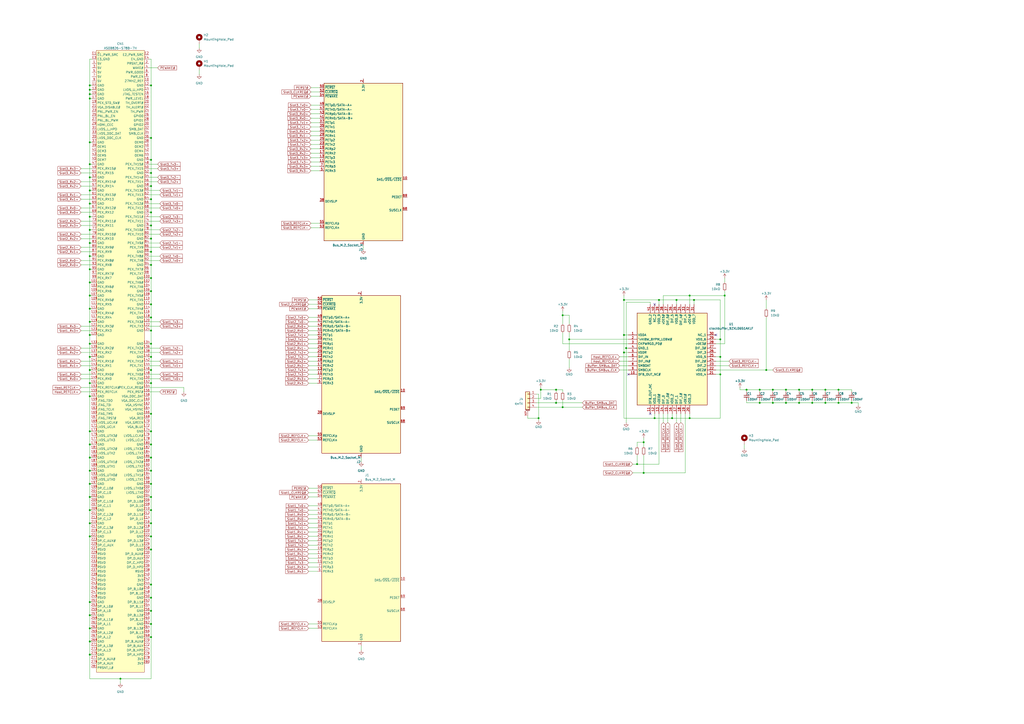
<source format=kicad_sch>
(kicad_sch (version 20231120) (generator "eeschema") (generator_version "8.0")
  (paper "A2")
  (junction (at 312.42 242.57))
  (junction (at 463.55 233.68))
  (junction (at 52.07 148.59))
  (junction (at 52.07 250.19))
  (junction (at 87.63 161.29))
  (junction (at 52.07 199.39))
  (junction (at 400.05 242.57))
  (junction (at 448.31 233.68))
  (junction (at 52.07 214.63))
  (junction (at 471.17 226.06))
  (junction (at 373.38 274.32))
  (junction (at 52.07 265.43))
  (junction (at 478.79 226.06))
  (junction (at 471.17 233.68))
  (junction (at 52.07 82.55))
  (junction (at 87.63 265.43))
  (junction (at 448.31 226.06))
  (junction (at 52.07 257.81))
  (junction (at 52.07 133.35))
  (junction (at 402.59 173.99))
  (junction (at 417.83 196.85))
  (junction (at 87.63 339.09))
  (junction (at 400.05 171.45))
  (junction (at 389.89 242.57))
  (junction (at 52.07 364.49))
  (junction (at 52.07 95.25))
  (junction (at 52.07 379.73))
  (junction (at 87.63 280.67))
  (junction (at 87.63 295.91))
  (junction (at 52.07 179.07))
  (junction (at 87.63 207.01))
  (junction (at 361.95 194.31))
  (junction (at 52.07 57.15))
  (junction (at 444.5 214.63))
  (junction (at 52.07 52.07))
  (junction (at 373.38 256.54))
  (junction (at 52.07 125.73))
  (junction (at 87.63 318.77))
  (junction (at 87.63 49.53))
  (junction (at 361.95 173.99))
  (junction (at 486.41 233.68))
  (junction (at 87.63 346.71))
  (junction (at 69.85 393.7))
  (junction (at 87.63 176.53))
  (junction (at 52.07 222.25))
  (junction (at 52.07 273.05))
  (junction (at 330.2 196.85))
  (junction (at 417.83 217.17))
  (junction (at 52.07 102.87))
  (junction (at 52.07 207.01))
  (junction (at 440.69 233.68))
  (junction (at 87.63 115.57))
  (junction (at 87.63 92.71))
  (junction (at 463.55 226.06))
  (junction (at 87.63 240.03))
  (junction (at 87.63 191.77))
  (junction (at 52.07 349.25))
  (junction (at 87.63 80.01))
  (junction (at 52.07 49.53))
  (junction (at 52.07 54.61))
  (junction (at 52.07 356.87))
  (junction (at 87.63 184.15))
  (junction (at 52.07 280.67))
  (junction (at 478.79 233.68))
  (junction (at 52.07 156.21))
  (junction (at 52.07 372.11))
  (junction (at 52.07 288.29))
  (junction (at 326.39 182.88))
  (junction (at 322.58 233.68))
  (junction (at 52.07 295.91))
  (junction (at 87.63 100.33))
  (junction (at 486.41 226.06))
  (junction (at 87.63 130.81))
  (junction (at 494.03 233.68))
  (junction (at 420.37 171.45))
  (junction (at 326.39 236.22))
  (junction (at 379.73 242.57))
  (junction (at 52.07 171.45))
  (junction (at 433.07 226.06))
  (junction (at 87.63 369.57))
  (junction (at 455.93 233.68))
  (junction (at 417.83 207.01))
  (junction (at 87.63 107.95))
  (junction (at 87.63 288.29))
  (junction (at 87.63 199.39))
  (junction (at 363.22 201.93))
  (junction (at 52.07 110.49))
  (junction (at 87.63 146.05))
  (junction (at 382.27 173.99))
  (junction (at 313.69 226.06))
  (junction (at 52.07 140.97))
  (junction (at 52.07 311.15))
  (junction (at 455.93 226.06))
  (junction (at 52.07 303.53))
  (junction (at 87.63 361.95))
  (junction (at 52.07 163.83))
  (junction (at 87.63 311.15))
  (junction (at 87.63 273.05))
  (junction (at 87.63 303.53))
  (junction (at 87.63 153.67))
  (junction (at 322.58 226.06))
  (junction (at 87.63 214.63))
  (junction (at 87.63 168.91))
  (junction (at 52.07 186.69))
  (junction (at 52.07 118.11))
  (junction (at 87.63 257.81))
  (junction (at 369.57 269.24))
  (junction (at 52.07 194.31))
  (junction (at 87.63 250.19))
  (junction (at 87.63 138.43))
  (junction (at 392.43 173.99))
  (junction (at 440.69 226.06))
  (junction (at 87.63 222.25))
  (junction (at 87.63 123.19))
  (junction (at 52.07 229.87))
  (junction (at 87.63 354.33))
  (junction (at 361.95 204.47))
  (no_connect (at 377.19 240.03))
  (no_connect (at 415.29 194.31))
  (no_connect (at 364.49 217.17))
  (no_connect (at 379.73 176.53))
  (wire (pts (xy 369.57 269.24) (xy 382.27 269.24)))
  (wire (pts (xy 86.36 191.77) (xy 87.63 191.77)))
  (wire (pts (xy 86.36 209.55) (xy 92.71 209.55)))
  (wire (pts (xy 179.07 173.99) (xy 184.15 173.99)))
  (wire (pts (xy 415.29 207.01) (xy 417.83 207.01)))
  (wire (pts (xy 382.27 173.99) (xy 361.95 173.99)))
  (wire (pts (xy 86.36 34.29) (xy 87.63 34.29)))
  (wire (pts (xy 52.07 207.01) (xy 53.34 207.01)))
  (wire (pts (xy 326.39 193.04) (xy 326.39 199.39)))
  (wire (pts (xy 209.55 374.65) (xy 209.55 377.19)))
  (wire (pts (xy 87.63 288.29) (xy 87.63 295.91)))
  (wire (pts (xy 87.63 339.09) (xy 87.63 346.71)))
  (wire (pts (xy 87.63 207.01) (xy 87.63 214.63)))
  (wire (pts (xy 326.39 232.41) (xy 326.39 236.22)))
  (wire (pts (xy 87.63 130.81) (xy 87.63 138.43)))
  (wire (pts (xy 382.27 176.53) (xy 382.27 173.99)))
  (wire (pts (xy 46.99 146.05) (xy 53.34 146.05)))
  (wire (pts (xy 46.99 100.33) (xy 53.34 100.33)))
  (wire (pts (xy 486.41 226.06) (xy 494.03 226.06)))
  (wire (pts (xy 179.07 295.91) (xy 184.15 295.91)))
  (wire (pts (xy 52.07 118.11) (xy 52.07 125.73)))
  (wire (pts (xy 179.07 194.31) (xy 184.15 194.31)))
  (wire (pts (xy 180.34 83.82) (xy 185.42 83.82)))
  (wire (pts (xy 415.29 214.63) (xy 444.5 214.63)))
  (wire (pts (xy 52.07 229.87) (xy 52.07 250.19)))
  (wire (pts (xy 69.85 393.7) (xy 87.63 393.7)))
  (wire (pts (xy 87.63 369.57) (xy 87.63 393.7)))
  (wire (pts (xy 86.36 168.91) (xy 87.63 168.91)))
  (wire (pts (xy 440.69 232.41) (xy 440.69 233.68)))
  (wire (pts (xy 86.36 146.05) (xy 87.63 146.05)))
  (wire (pts (xy 448.31 232.41) (xy 448.31 233.68)))
  (wire (pts (xy 86.36 311.15) (xy 87.63 311.15)))
  (wire (pts (xy 86.36 318.77) (xy 87.63 318.77)))
  (wire (pts (xy 86.36 120.65) (xy 92.71 120.65)))
  (wire (pts (xy 87.63 303.53) (xy 87.63 311.15)))
  (wire (pts (xy 86.36 130.81) (xy 87.63 130.81)))
  (wire (pts (xy 433.07 233.68) (xy 440.69 233.68)))
  (wire (pts (xy 400.05 240.03) (xy 400.05 242.57)))
  (wire (pts (xy 86.36 257.81) (xy 87.63 257.81)))
  (wire (pts (xy 52.07 250.19) (xy 53.34 250.19)))
  (wire (pts (xy 444.5 173.99) (xy 444.5 179.07)))
  (wire (pts (xy 387.35 245.11) (xy 387.35 240.03)))
  (wire (pts (xy 86.36 138.43) (xy 87.63 138.43)))
  (wire (pts (xy 86.36 80.01) (xy 87.63 80.01)))
  (wire (pts (xy 46.99 191.77) (xy 53.34 191.77)))
  (wire (pts (xy 86.36 153.67) (xy 87.63 153.67)))
  (wire (pts (xy 86.36 128.27) (xy 92.71 128.27)))
  (wire (pts (xy 415.29 196.85) (xy 417.83 196.85)))
  (wire (pts (xy 86.36 140.97) (xy 92.71 140.97)))
  (wire (pts (xy 52.07 349.25) (xy 52.07 356.87)))
  (wire (pts (xy 115.57 40.64) (xy 115.57 43.18)))
  (wire (pts (xy 478.79 232.41) (xy 478.79 233.68)))
  (wire (pts (xy 86.36 199.39) (xy 87.63 199.39)))
  (wire (pts (xy 86.36 354.33) (xy 87.63 354.33)))
  (wire (pts (xy 179.07 219.71) (xy 184.15 219.71)))
  (wire (pts (xy 402.59 176.53) (xy 402.59 173.99)))
  (wire (pts (xy 306.07 241.3) (xy 306.07 242.57)))
  (wire (pts (xy 52.07 179.07) (xy 53.34 179.07)))
  (wire (pts (xy 322.58 233.68) (xy 311.15 233.68)))
  (wire (pts (xy 106.68 224.79) (xy 106.68 227.33)))
  (wire (pts (xy 52.07 163.83) (xy 53.34 163.83)))
  (wire (pts (xy 179.07 189.23) (xy 184.15 189.23)))
  (wire (pts (xy 87.63 153.67) (xy 87.63 161.29)))
  (wire (pts (xy 363.22 175.26) (xy 363.22 201.93)))
  (wire (pts (xy 86.36 207.01) (xy 87.63 207.01)))
  (wire (pts (xy 86.36 295.91) (xy 87.63 295.91)))
  (wire (pts (xy 52.07 265.43) (xy 52.07 273.05)))
  (wire (pts (xy 179.07 326.39) (xy 184.15 326.39)))
  (wire (pts (xy 52.07 273.05) (xy 52.07 280.67)))
  (wire (pts (xy 52.07 214.63) (xy 52.07 222.25)))
  (wire (pts (xy 86.36 135.89) (xy 92.71 135.89)))
  (wire (pts (xy 52.07 194.31) (xy 53.34 194.31)))
  (wire (pts (xy 377.19 175.26) (xy 363.22 175.26)))
  (wire (pts (xy 361.95 204.47) (xy 364.49 204.47)))
  (wire (pts (xy 52.07 393.7) (xy 69.85 393.7)))
  (wire (pts (xy 52.07 379.73) (xy 53.34 379.73)))
  (wire (pts (xy 429.26 226.06) (xy 433.07 226.06)))
  (wire (pts (xy 326.39 226.06) (xy 322.58 226.06)))
  (wire (pts (xy 440.69 233.68) (xy 448.31 233.68)))
  (wire (pts (xy 180.34 96.52) (xy 185.42 96.52)))
  (wire (pts (xy 179.07 285.75) (xy 184.15 285.75)))
  (wire (pts (xy 52.07 95.25) (xy 52.07 102.87)))
  (wire (pts (xy 86.36 95.25) (xy 91.44 95.25)))
  (wire (pts (xy 52.07 199.39) (xy 52.07 207.01)))
  (wire (pts (xy 420.37 161.29) (xy 420.37 163.83)))
  (wire (pts (xy 87.63 295.91) (xy 87.63 303.53)))
  (wire (pts (xy 86.36 303.53) (xy 87.63 303.53)))
  (wire (pts (xy 359.41 214.63) (xy 364.49 214.63)))
  (wire (pts (xy 444.5 184.15) (xy 444.5 214.63)))
  (wire (pts (xy 179.07 214.63) (xy 184.15 214.63)))
  (wire (pts (xy 86.36 110.49) (xy 92.71 110.49)))
  (wire (pts (xy 86.36 224.79) (xy 106.68 224.79)))
  (wire (pts (xy 87.63 354.33) (xy 87.63 361.95)))
  (wire (pts (xy 422.91 209.55) (xy 415.29 209.55)))
  (wire (pts (xy 179.07 179.07) (xy 184.15 179.07)))
  (wire (pts (xy 86.36 204.47) (xy 92.71 204.47)))
  (wire (pts (xy 52.07 140.97) (xy 52.07 148.59)))
  (wire (pts (xy 52.07 311.15) (xy 53.34 311.15)))
  (wire (pts (xy 179.07 288.29) (xy 184.15 288.29)))
  (wire (pts (xy 440.69 226.06) (xy 448.31 226.06)))
  (wire (pts (xy 52.07 110.49) (xy 53.34 110.49)))
  (wire (pts (xy 86.36 123.19) (xy 87.63 123.19)))
  (wire (pts (xy 46.99 212.09) (xy 53.34 212.09)))
  (wire (pts (xy 311.15 228.6) (xy 312.42 228.6)))
  (wire (pts (xy 46.99 120.65) (xy 53.34 120.65)))
  (wire (pts (xy 180.34 86.36) (xy 185.42 86.36)))
  (wire (pts (xy 373.38 254) (xy 373.38 256.54)))
  (wire (pts (xy 52.07 311.15) (xy 52.07 349.25)))
  (wire (pts (xy 46.99 97.79) (xy 53.34 97.79)))
  (wire (pts (xy 180.34 88.9) (xy 185.42 88.9)))
  (wire (pts (xy 87.63 146.05) (xy 87.63 153.67)))
  (wire (pts (xy 179.07 184.15) (xy 184.15 184.15)))
  (wire (pts (xy 444.5 214.63) (xy 448.31 214.63)))
  (wire (pts (xy 361.95 204.47) (xy 361.95 242.57)))
  (wire (pts (xy 359.41 207.01) (xy 364.49 207.01)))
  (wire (pts (xy 52.07 52.07) (xy 52.07 54.61)))
  (wire (pts (xy 52.07 49.53) (xy 52.07 52.07)))
  (wire (pts (xy 86.36 265.43) (xy 87.63 265.43)))
  (wire (pts (xy 86.36 148.59) (xy 92.71 148.59)))
  (wire (pts (xy 326.39 180.34) (xy 326.39 182.88)))
  (wire (pts (xy 471.17 232.41) (xy 471.17 233.68)))
  (wire (pts (xy 46.99 107.95) (xy 53.34 107.95)))
  (wire (pts (xy 86.36 92.71) (xy 87.63 92.71)))
  (wire (pts (xy 179.07 199.39) (xy 184.15 199.39)))
  (wire (pts (xy 179.07 293.37) (xy 184.15 293.37)))
  (wire (pts (xy 52.07 265.43) (xy 53.34 265.43)))
  (wire (pts (xy 86.36 369.57) (xy 87.63 369.57)))
  (wire (pts (xy 87.63 176.53) (xy 87.63 184.15)))
  (wire (pts (xy 337.82 236.22) (xy 326.39 236.22)))
  (wire (pts (xy 373.38 256.54) (xy 373.38 259.08)))
  (wire (pts (xy 179.07 252.73) (xy 184.15 252.73)))
  (wire (pts (xy 86.36 214.63) (xy 87.63 214.63)))
  (wire (pts (xy 52.07 372.11) (xy 53.34 372.11)))
  (wire (pts (xy 46.99 153.67) (xy 53.34 153.67)))
  (wire (pts (xy 52.07 125.73) (xy 52.07 133.35)))
  (wire (pts (xy 400.05 242.57) (xy 417.83 242.57)))
  (wire (pts (xy 463.55 226.06) (xy 463.55 227.33)))
  (wire (pts (xy 52.07 82.55) (xy 53.34 82.55)))
  (wire (pts (xy 86.36 212.09) (xy 92.71 212.09)))
  (wire (pts (xy 86.36 143.51) (xy 92.71 143.51)))
  (wire (pts (xy 179.07 255.27) (xy 184.15 255.27)))
  (wire (pts (xy 87.63 265.43) (xy 87.63 273.05)))
  (wire (pts (xy 52.07 288.29) (xy 52.07 295.91)))
  (wire (pts (xy 52.07 163.83) (xy 52.07 171.45)))
  (wire (pts (xy 46.99 189.23) (xy 53.34 189.23)))
  (wire (pts (xy 52.07 34.29) (xy 53.34 34.29)))
  (wire (pts (xy 330.2 196.85) (xy 364.49 196.85)))
  (wire (pts (xy 179.07 212.09) (xy 184.15 212.09)))
  (wire (pts (xy 46.99 123.19) (xy 53.34 123.19)))
  (wire (pts (xy 179.07 323.85) (xy 184.15 323.85)))
  (wire (pts (xy 46.99 113.03) (xy 53.34 113.03)))
  (wire (pts (xy 52.07 148.59) (xy 52.07 156.21)))
  (wire (pts (xy 86.36 186.69) (xy 92.71 186.69)))
  (wire (pts (xy 179.07 318.77) (xy 184.15 318.77)))
  (wire (pts (xy 52.07 118.11) (xy 53.34 118.11)))
  (wire (pts (xy 86.36 105.41) (xy 91.44 105.41)))
  (wire (pts (xy 463.55 226.06) (xy 471.17 226.06)))
  (wire (pts (xy 52.07 214.63) (xy 53.34 214.63)))
  (wire (pts (xy 179.07 311.15) (xy 184.15 311.15)))
  (wire (pts (xy 471.17 226.06) (xy 471.17 227.33)))
  (wire (pts (xy 361.95 194.31) (xy 361.95 204.47)))
  (wire (pts (xy 326.39 182.88) (xy 326.39 187.96)))
  (wire (pts (xy 179.07 364.49) (xy 184.15 364.49)))
  (wire (pts (xy 46.99 227.33) (xy 53.34 227.33)))
  (wire (pts (xy 52.07 54.61) (xy 52.07 57.15)))
  (wire (pts (xy 180.34 132.08) (xy 185.42 132.08)))
  (wire (pts (xy 433.07 226.06) (xy 440.69 226.06)))
  (wire (pts (xy 52.07 49.53) (xy 53.34 49.53)))
  (wire (pts (xy 179.07 196.85) (xy 184.15 196.85)))
  (wire (pts (xy 86.36 273.05) (xy 87.63 273.05)))
  (wire (pts (xy 52.07 257.81) (xy 52.07 265.43)))
  (wire (pts (xy 87.63 311.15) (xy 87.63 318.77)))
  (wire (pts (xy 417.83 217.17) (xy 417.83 242.57)))
  (wire (pts (xy 86.36 161.29) (xy 87.63 161.29)))
  (wire (pts (xy 46.99 130.81) (xy 53.34 130.81)))
  (wire (pts (xy 180.34 99.06) (xy 185.42 99.06)))
  (wire (pts (xy 52.07 57.15) (xy 52.07 82.55)))
  (wire (pts (xy 52.07 171.45) (xy 52.07 179.07)))
  (wire (pts (xy 180.34 78.74) (xy 185.42 78.74)))
  (wire (pts (xy 87.63 92.71) (xy 87.63 100.33)))
  (wire (pts (xy 52.07 133.35) (xy 53.34 133.35)))
  (wire (pts (xy 87.63 214.63) (xy 87.63 222.25)))
  (wire (pts (xy 448.31 226.06) (xy 448.31 227.33)))
  (wire (pts (xy 52.07 54.61) (xy 53.34 54.61)))
  (wire (pts (xy 322.58 232.41) (xy 322.58 233.68)))
  (wire (pts (xy 494.03 233.68) (xy 497.84 233.68)))
  (wire (pts (xy 52.07 372.11) (xy 52.07 379.73)))
  (wire (pts (xy 86.36 151.13) (xy 92.71 151.13)))
  (wire (pts (xy 179.07 204.47) (xy 184.15 204.47)))
  (wire (pts (xy 52.07 82.55) (xy 52.07 95.25)))
  (wire (pts (xy 379.73 242.57) (xy 389.89 242.57)))
  (wire (pts (xy 471.17 226.06) (xy 478.79 226.06)))
  (wire (pts (xy 384.81 171.45) (xy 400.05 171.45)))
  (wire (pts (xy 392.43 173.99) (xy 402.59 173.99)))
  (wire (pts (xy 46.99 151.13) (xy 53.34 151.13)))
  (wire (pts (xy 87.63 222.25) (xy 87.63 240.03)))
  (wire (pts (xy 179.07 303.53) (xy 184.15 303.53)))
  (wire (pts (xy 417.83 196.85) (xy 417.83 207.01)))
  (wire (pts (xy 87.63 34.29) (xy 87.63 49.53)))
  (wire (pts (xy 322.58 227.33) (xy 322.58 226.06)))
  (wire (pts (xy 46.99 209.55) (xy 53.34 209.55)))
  (wire (pts (xy 417.83 196.85) (xy 417.83 173.99)))
  (wire (pts (xy 86.36 227.33) (xy 92.71 227.33)))
  (wire (pts (xy 448.31 233.68) (xy 455.93 233.68)))
  (wire (pts (xy 87.63 138.43) (xy 87.63 146.05)))
  (wire (pts (xy 367.03 269.24) (xy 369.57 269.24)))
  (wire (pts (xy 46.99 201.93) (xy 53.34 201.93)))
  (wire (pts (xy 86.36 339.09) (xy 87.63 339.09)))
  (wire (pts (xy 86.36 115.57) (xy 87.63 115.57)))
  (wire (pts (xy 448.31 226.06) (xy 455.93 226.06)))
  (wire (pts (xy 180.34 55.88) (xy 185.42 55.88)))
  (wire (pts (xy 179.07 201.93) (xy 184.15 201.93)))
  (wire (pts (xy 46.99 204.47) (xy 53.34 204.47)))
  (wire (pts (xy 463.55 233.68) (xy 471.17 233.68)))
  (wire (pts (xy 179.07 298.45) (xy 184.15 298.45)))
  (wire (pts (xy 179.07 316.23) (xy 184.15 316.23)))
  (wire (pts (xy 179.07 308.61) (xy 184.15 308.61)))
  (wire (pts (xy 52.07 379.73) (xy 52.07 393.7)))
  (wire (pts (xy 86.36 118.11) (xy 92.71 118.11)))
  (wire (pts (xy 52.07 222.25) (xy 52.07 229.87)))
  (wire (pts (xy 52.07 356.87) (xy 53.34 356.87)))
  (wire (pts (xy 455.93 226.06) (xy 455.93 227.33)))
  (wire (pts (xy 455.93 232.41) (xy 455.93 233.68)))
  (wire (pts (xy 86.36 184.15) (xy 87.63 184.15)))
  (wire (pts (xy 52.07 186.69) (xy 52.07 194.31)))
  (wire (pts (xy 330.2 196.85) (xy 330.2 203.2)))
  (wire (pts (xy 330.2 208.28) (xy 330.2 213.36)))
  (wire (pts (xy 179.07 217.17) (xy 184.15 217.17)))
  (wire (pts (xy 312.42 228.6) (xy 312.42 242.57)))
  (wire (pts (xy 87.63 191.77) (xy 87.63 199.39)))
  (wire (pts (xy 330.2 187.96) (xy 330.2 182.88)))
  (wire (pts (xy 373.38 264.16) (xy 373.38 274.32)))
  (wire (pts (xy 86.36 100.33) (xy 87.63 100.33)))
  (wire (pts (xy 180.34 68.58) (xy 185.42 68.58)))
  (wire (pts (xy 379.73 240.03) (xy 379.73 242.57)))
  (wire (pts (xy 52.07 57.15) (xy 53.34 57.15)))
  (wire (pts (xy 52.07 295.91) (xy 52.07 303.53)))
  (wire (pts (xy 46.99 217.17) (xy 53.34 217.17)))
  (wire (pts (xy 326.39 199.39) (xy 364.49 199.39)))
  (wire (pts (xy 382.27 173.99) (xy 392.43 173.99)))
  (wire (pts (xy 86.36 125.73) (xy 92.71 125.73)))
  (wire (pts (xy 392.43 240.03) (xy 392.43 245.11)))
  (wire (pts (xy 337.82 233.68) (xy 322.58 233.68)))
  (wire (pts (xy 402.59 173.99) (xy 417.83 173.99)))
  (wire (pts (xy 478.79 226.06) (xy 486.41 226.06)))
  (wire (pts (xy 382.27 240.03) (xy 382.27 269.24)))
  (wire (pts (xy 87.63 361.95) (xy 87.63 369.57)))
  (wire (pts (xy 417.83 207.01) (xy 417.83 217.17)))
  (wire (pts (xy 420.37 168.91) (xy 420.37 171.45)))
  (wire (pts (xy 400.05 171.45) (xy 400.05 176.53)))
  (wire (pts (xy 363.22 201.93) (xy 363.22 245.11)))
  (wire (pts (xy 361.95 173.99) (xy 361.95 194.31)))
  (wire (pts (xy 433.07 226.06) (xy 433.07 227.33)))
  (wire (pts (xy 52.07 222.25) (xy 53.34 222.25)))
  (wire (pts (xy 52.07 356.87) (xy 52.07 364.49)))
  (wire (pts (xy 431.8 257.81) (xy 431.8 260.35)))
  (wire (pts (xy 359.41 212.09) (xy 364.49 212.09)))
  (wire (pts (xy 180.34 53.34) (xy 185.42 53.34)))
  (wire (pts (xy 389.89 242.57) (xy 400.05 242.57)))
  (wire (pts (xy 115.57 25.4) (xy 115.57 27.94)))
  (wire (pts (xy 420.37 171.45) (xy 420.37 199.39)))
  (wire (pts (xy 86.36 217.17) (xy 92.71 217.17)))
  (wire (pts (xy 180.34 71.12) (xy 185.42 71.12)))
  (wire (pts (xy 87.63 115.57) (xy 87.63 123.19)))
  (wire (pts (xy 69.85 393.7) (xy 69.85 396.24)))
  (wire (pts (xy 86.36 189.23) (xy 92.71 189.23)))
  (wire (pts (xy 455.93 226.06) (xy 463.55 226.06)))
  (wire (pts (xy 400.05 171.45) (xy 420.37 171.45)))
  (wire (pts (xy 180.34 73.66) (xy 185.42 73.66)))
  (wire (pts (xy 86.36 176.53) (xy 87.63 176.53)))
  (wire (pts (xy 52.07 303.53) (xy 52.07 311.15)))
  (wire (pts (xy 364.49 194.31) (xy 361.95 194.31)))
  (wire (pts (xy 180.34 60.96) (xy 185.42 60.96)))
  (wire (pts (xy 179.07 176.53) (xy 184.15 176.53)))
  (wire (pts (xy 46.99 115.57) (xy 53.34 115.57)))
  (wire (pts (xy 52.07 349.25) (xy 53.34 349.25)))
  (wire (pts (xy 87.63 49.53) (xy 87.63 80.01)))
  (wire (pts (xy 52.07 364.49) (xy 52.07 372.11)))
  (wire (pts (xy 422.91 212.09) (xy 415.29 212.09)))
  (wire (pts (xy 179.07 306.07) (xy 184.15 306.07)))
  (wire (pts (xy 440.69 226.06) (xy 440.69 227.33)))
  (wire (pts (xy 52.07 171.45) (xy 53.34 171.45)))
  (wire (pts (xy 86.36 222.25) (xy 87.63 222.25)))
  (wire (pts (xy 179.07 300.99) (xy 184.15 300.99)))
  (wire (pts (xy 180.34 91.44) (xy 185.42 91.44)))
  (wire (pts (xy 180.34 129.54) (xy 185.42 129.54)))
  (wire (pts (xy 46.99 138.43) (xy 53.34 138.43)))
  (wire (pts (xy 312.42 242.57) (xy 312.42 243.84)))
  (wire (pts (xy 87.63 199.39) (xy 87.63 207.01)))
  (wire (pts (xy 52.07 186.69) (xy 53.34 186.69)))
  (wire (pts (xy 433.07 232.41) (xy 433.07 233.68)))
  (wire (pts (xy 52.07 257.81) (xy 53.34 257.81)))
  (wire (pts (xy 478.79 233.68) (xy 486.41 233.68)))
  (wire (pts (xy 377.19 176.53) (xy 377.19 175.26)))
  (wire (pts (xy 52.07 199.39) (xy 53.34 199.39)))
  (wire (pts (xy 392.43 173.99) (xy 392.43 176.53)))
  (wire (pts (xy 180.34 76.2) (xy 185.42 76.2)))
  (wire (pts (xy 52.07 102.87) (xy 52.07 110.49)))
  (wire (pts (xy 179.07 209.55) (xy 184.15 209.55)))
  (wire (pts (xy 330.2 196.85) (xy 330.2 193.04)))
  (wire (pts (xy 87.63 257.81) (xy 87.63 265.43)))
  (wire (pts (xy 179.07 313.69) (xy 184.15 313.69)))
  (wire (pts (xy 52.07 140.97) (xy 53.34 140.97)))
  (wire (pts (xy 52.07 295.91) (xy 53.34 295.91)))
  (wire (pts (xy 179.07 331.47) (xy 184.15 331.47)))
  (wire (pts (xy 180.34 50.8) (xy 185.42 50.8)))
  (wire (pts (xy 209.55 265.43) (xy 209.55 267.97)))
  (wire (pts (xy 86.36 133.35) (xy 92.71 133.35)))
  (wire (pts (xy 180.34 66.04) (xy 185.42 66.04)))
  (wire (pts (xy 179.07 186.69) (xy 184.15 186.69)))
  (wire (pts (xy 86.36 288.29) (xy 87.63 288.29)))
  (wire (pts (xy 486.41 232.41) (xy 486.41 233.68)))
  (wire (pts (xy 87.63 280.67) (xy 87.63 288.29)))
  (wire (pts (xy 86.36 201.93) (xy 92.71 201.93)))
  (wire (pts (xy 52.07 280.67) (xy 53.34 280.67)))
  (wire (pts (xy 87.63 184.15) (xy 87.63 191.77)))
  (wire (pts (xy 322.58 226.06) (xy 313.69 226.06)))
  (wire (pts (xy 87.63 240.03) (xy 87.63 250.19)))
  (wire (pts (xy 52.07 179.07) (xy 52.07 186.69)))
  (wire (pts (xy 179.07 191.77) (xy 184.15 191.77)))
  (wire (pts (xy 326.39 236.22) (xy 311.15 236.22)))
  (wire (pts (xy 361.95 171.45) (xy 361.95 173.99)))
  (wire (pts (xy 87.63 100.33) (xy 87.63 107.95)))
  (wire (pts (xy 179.07 328.93) (xy 184.15 328.93)))
  (wire (pts (xy 52.07 273.05) (xy 53.34 273.05)))
  (wire (pts (xy 397.51 240.03) (xy 397.51 274.32)))
  (wire (pts (xy 52.07 52.07) (xy 53.34 52.07)))
  (wire (pts (xy 471.17 233.68) (xy 478.79 233.68)))
  (wire (pts (xy 367.03 274.32) (xy 373.38 274.32)))
  (wire (pts (xy 52.07 125.73) (xy 53.34 125.73)))
  (wire (pts (xy 359.41 209.55) (xy 364.49 209.55)))
  (wire (pts (xy 379.73 242.57) (xy 361.95 242.57)))
  (wire (pts (xy 52.07 250.19) (xy 52.07 257.81)))
  (wire (pts (xy 369.57 256.54) (xy 373.38 256.54)))
  (wire (pts (xy 87.63 168.91) (xy 87.63 176.53)))
  (wire (pts (xy 486.41 226.06) (xy 486.41 227.33)))
  (wire (pts (xy 86.36 102.87) (xy 91.44 102.87)))
  (wire (pts (xy 384.81 176.53) (xy 384.81 171.45)))
  (wire (pts (xy 87.63 318.77) (xy 87.63 339.09)))
  (wire (pts (xy 180.34 63.5) (xy 185.42 63.5)))
  (wire (pts (xy 87.63 273.05) (xy 87.63 280.67)))
  (wire (pts (xy 86.36 113.03) (xy 92.71 113.03)))
  (wire (pts (xy 46.99 128.27) (xy 53.34 128.27)))
  (wire (pts (xy 91.44 39.37) (xy 86.36 39.37)))
  (wire (pts (xy 180.34 93.98) (xy 185.42 93.98)))
  (wire (pts (xy 369.57 264.16) (xy 369.57 269.24)))
  (wire (pts (xy 52.07 148.59) (xy 53.34 148.59)))
  (wire (pts (xy 87.63 250.19) (xy 87.63 257.81)))
  (wire (pts (xy 373.38 274.32) (xy 397.51 274.32)))
  (wire (pts (xy 210.82 142.24) (xy 210.82 144.78)))
  (wire (pts (xy 415.29 217.17) (xy 417.83 217.17)))
  (wire (pts (xy 87.63 80.01) (xy 87.63 92.71)))
  (wire (pts (xy 52.07 156.21) (xy 53.34 156.21)))
  (wire (pts (xy 179.07 207.01) (xy 184.15 207.01)))
  (wire (pts (xy 52.07 207.01) (xy 52.07 214.63)))
  (wire (pts (xy 369.57 259.08) (xy 369.57 256.54)))
  (wire (pts (xy 52.07 102.87) (xy 53.34 102.87)))
  (wire (pts (xy 478.79 226.06) (xy 478.79 227.33)))
  (wire (pts (xy 52.07 364.49) (xy 53.34 364.49)))
  (wire (pts (xy 326.39 182.88) (xy 330.2 182.88)))
  (wire (pts (xy 415.29 199.39) (xy 420.37 199.39)))
  (wire (pts (xy 179.07 222.25) (xy 184.15 222.25)))
  (wire (pts (xy 179.07 321.31) (xy 184.15 321.31)))
  (wire (pts (xy 86.36 219.71) (xy 92.71 219.71)))
  (wire (pts (xy 463.55 232.41) (xy 463.55 233.68)))
  (wire (pts (xy 52.07 194.31) (xy 52.07 199.39)))
  (wire (pts (xy 86.36 250.19) (xy 87.63 250.19)))
  (wire (pts (xy 52.07 280.67) (xy 52.07 288.29)))
  (wire (pts (xy 46.99 224.79) (xy 53.34 224.79)))
  (wire (pts (xy 52.07 156.21) (xy 52.07 163.83)))
  (wire (pts (xy 46.99 219.71) (xy 53.34 219.71)))
  (wire (pts (xy 486.41 233.68) (xy 494.03 233.68)))
  (wire (pts (xy 46.99 105.41) (xy 53.34 105.41)))
  (wire (pts (xy 179.07 283.21) (xy 184.15 283.21)))
  (wire (pts (xy 306.07 242.57) (xy 312.42 242.57)))
  (wire (pts (xy 429.26 224.79) (xy 429.26 226.06)))
  (wire (pts (xy 86.36 97.79) (xy 91.44 97.79)))
  (wire (pts (xy 86.36 346.71) (xy 87.63 346.71)))
  (wire (pts (xy 494.03 232.41) (xy 494.03 233.68)))
  (wire (pts (xy 87.63 346.71) (xy 87.63 354.33)))
  (wire (pts (xy 455.93 233.68) (xy 463.55 233.68)))
  (wire (pts (xy 87.63 123.19) (xy 87.63 130.81)))
  (wire (pts (xy 313.69 226.06) (xy 313.69 231.14)))
  (wire (pts (xy 87.63 161.29) (xy 87.63 168.91)))
  (wire (pts (xy 326.39 227.33) (xy 326.39 226.06)))
  (wire (pts (xy 86.36 240.03) (xy 87.63 240.03)))
  (wire (pts (xy 497.84 234.95) (xy 497.84 233.68)))
  (wire (pts (xy 52.07 303.53) (xy 53.34 303.53)))
  (wire (pts (xy 86.36 280.67) (xy 87.63 280.67)))
  (wire (pts (xy 52.07 95.25) (xy 53.34 95.25)))
  (wire (pts (xy 52.07 288.29) (xy 53.34 288.29)))
  (wire (pts (xy 394.97 245.11) (xy 394.97 240.03)))
  (wire (pts (xy 384.81 245.11) (xy 384.81 240.03)))
  (wire (pts (xy 46.99 135.89) (xy 53.34 135.89)))
  (wire (pts (xy 52.07 229.87) (xy 53.34 229.87)))
  (wire (pts (xy 52.07 110.49) (xy 52.07 118.11)))
  (wire (pts (xy 52.07 34.29) (xy 52.07 49.53)))
  (wire (pts (xy 86.36 361.95) (xy 87.63 361.95)))
  (wire (pts (xy 180.34 81.28) (xy 185.42 81.28)))
  (wire (pts (xy 389.89 240.03) (xy 389.89 242.57)))
  (wire (pts (xy 86.36 49.53) (xy 87.63 49.53)))
  (wire (pts (xy 52.07 133.35) (xy 52.07 140.97)))
  (wire (pts (xy 311.15 231.14) (xy 313.69 231.14)))
  (wire (pts (xy 87.63 107.95) (xy 87.63 115.57)))
  (wire (pts (xy 46.99 143.51) (xy 53.34 143.51)))
  (wire (pts (xy 313.69 224.79) (xy 313.69 226.06)))
  (wire (pts (xy 179.07 361.95) (xy 184.15 361.95)))
  (wire (pts (xy 363.22 201.93) (xy 364.49 201.93)))
  (wire (pts (xy 494.03 227.33) (xy 494.03 226.06)))
  (wire (pts (xy 86.36 107.95) (xy 87.63 107.95)))
  (global_label "Slot1_REFCLK-" (shape input) (at 179.07 364.49 180) (property "Intersheetrefs" "${INTERSHEET_REFS}" (effects (hide yes))))
  (global_label "Slot2_Rx2+" (shape input) (at 46.99 138.43 180) (property "Intersheetrefs" "${INTERSHEET_REFS}" (effects (hide yes))))
  (global_label "Slot2_Rx1+" (shape input) (at 46.99 146.05 180) (property "Intersheetrefs" "${INTERSHEET_REFS}" (effects (hide yes))))
  (global_label "Slot2_Tx0-" (shape input) (at 92.71 148.59 0) (property "Intersheetrefs" "${INTERSHEET_REFS}" (effects (hide yes))))
  (global_label "Slot1_Rx2+" (shape input) (at 179.07 318.77 180) (property "Intersheetrefs" "${INTERSHEET_REFS}" (effects (hide yes))))
  (global_label "Slot3_Tx1-" (shape input) (at 92.71 110.49 0) (property "Intersheetrefs" "${INTERSHEET_REFS}" (effects (hide yes))))
  (global_label "Host_REFCLK-" (shape input) (at 359.41 209.55 180) (property "Intersheetrefs" "${INTERSHEET_REFS}" (effects (hide yes))))
  (global_label "Slot2_REFCLK-" (shape input) (at 179.07 255.27 180) (property "Intersheetrefs" "${INTERSHEET_REFS}" (effects (hide yes))))
  (global_label "Slot1_Tx0+" (shape input) (at 92.71 219.71 0) (property "Intersheetrefs" "${INTERSHEET_REFS}" (effects (hide yes))))
  (global_label "Slot3_REFCLK-" (shape input) (at 422.91 209.55 0) (property "Intersheetrefs" "${INTERSHEET_REFS}" (effects (hide yes))))
  (global_label "Slot1_Tx3+" (shape input) (at 179.07 323.85 180) (property "Intersheetrefs" "${INTERSHEET_REFS}" (effects (hide yes))))
  (global_label "Slot2_Tx1+" (shape input) (at 92.71 143.51 0) (property "Intersheetrefs" "${INTERSHEET_REFS}" (effects (hide yes))))
  (global_label "Slot2_Rx0+" (shape input) (at 46.99 153.67 180) (property "Intersheetrefs" "${INTERSHEET_REFS}" (effects (hide yes))))
  (global_label "Slot2_CLKREQ#" (shape input) (at 367.03 274.32 180) (property "Intersheetrefs" "${INTERSHEET_REFS}" (effects (hide yes))))
  (global_label "Slot3_Rx1+" (shape input) (at 46.99 115.57 180) (property "Intersheetrefs" "${INTERSHEET_REFS}" (effects (hide yes))))
  (global_label "Slot1_Rx1-" (shape input) (at 46.99 209.55 180) (property "Intersheetrefs" "${INTERSHEET_REFS}" (effects (hide yes))))
  (global_label "Slot1_Rx0-" (shape input) (at 179.07 300.99 180) (property "Intersheetrefs" "${INTERSHEET_REFS}" (effects (hide yes))))
  (global_label "Slot2_Rx1-" (shape input) (at 179.07 201.93 180) (property "Intersheetrefs" "${INTERSHEET_REFS}" (effects (hide yes))))
  (global_label "Slot3_CLKREQ#" (shape input) (at 180.34 53.34 180) (property "Intersheetrefs" "${INTERSHEET_REFS}" (effects (hide yes))))
  (global_label "Slot1_REFCLK-" (shape input) (at 387.35 245.11 270) (property "Intersheetrefs" "${INTERSHEET_REFS}" (effects (hide yes))))
  (global_label "Slot2_CLKREQ#" (shape input) (at 179.07 176.53 180) (property "Intersheetrefs" "${INTERSHEET_REFS}" (effects (hide yes))))
  (global_label "Slot3_Tx2+" (shape input) (at 180.34 81.28 180) (property "Intersheetrefs" "${INTERSHEET_REFS}" (effects (hide yes))))
  (global_label "Slot2_Tx2+" (shape input) (at 179.07 204.47 180) (property "Intersheetrefs" "${INTERSHEET_REFS}" (effects (hide yes))))
  (global_label "Slot2_Tx2-" (shape input) (at 179.07 207.01 180) (property "Intersheetrefs" "${INTERSHEET_REFS}" (effects (hide yes))))
  (global_label "Slot3_Rx3+" (shape input) (at 46.99 100.33 180) (property "Intersheetrefs" "${INTERSHEET_REFS}" (effects (hide yes))))
  (global_label "Slot3_Rx1-" (shape input) (at 46.99 113.03 180) (property "Intersheetrefs" "${INTERSHEET_REFS}" (effects (hide yes))))
  (global_label "Slot1_Rx3+" (shape input) (at 46.99 191.77 180) (property "Intersheetrefs" "${INTERSHEET_REFS}" (effects (hide yes))))
  (global_label "Slot3_Rx3-" (shape input) (at 180.34 99.06 180) (property "Intersheetrefs" "${INTERSHEET_REFS}" (effects (hide yes))))
  (global_label "PERST#" (shape input) (at 180.34 50.8 180) (property "Intersheetrefs" "${INTERSHEET_REFS}" (effects (hide yes))))
  (global_label "Slot2_Rx2-" (shape input) (at 46.99 135.89 180) (property "Intersheetrefs" "${INTERSHEET_REFS}" (effects (hide yes))))
  (global_label "Slot1_Rx3-" (shape input) (at 46.99 189.23 180) (property "Intersheetrefs" "${INTERSHEET_REFS}" (effects (hide yes))))
  (global_label "Slot3_Tx0+" (shape input) (at 92.71 120.65 0) (property "Intersheetrefs" "${INTERSHEET_REFS}" (effects (hide yes))))
  (global_label "Slot1_Tx1-" (shape input) (at 92.71 209.55 0) (property "Intersheetrefs" "${INTERSHEET_REFS}" (effects (hide yes))))
  (global_label "Slot1_Tx0-" (shape input) (at 92.71 217.17 0) (property "Intersheetrefs" "${INTERSHEET_REFS}" (effects (hide yes))))
  (global_label "Slot1_Tx0-" (shape input) (at 179.07 295.91 180) (property "Intersheetrefs" "${INTERSHEET_REFS}" (effects (hide yes))))
  (global_label "Slot2_Rx0+" (shape input) (at 179.07 189.23 180) (property "Intersheetrefs" "${INTERSHEET_REFS}" (effects (hide yes))))
  (global_label "PERST#" (shape input) (at 179.07 173.99 180) (property "Intersheetrefs" "${INTERSHEET_REFS}" (effects (hide yes))))
  (global_label "Slot1_Tx1+" (shape input) (at 179.07 303.53 180) (property "Intersheetrefs" "${INTERSHEET_REFS}" (effects (hide yes))))
  (global_label "Slot2_Tx2+" (shape input) (at 92.71 135.89 0) (property "Intersheetrefs" "${INTERSHEET_REFS}" (effects (hide yes))))
  (global_label "Slot1_Tx3-" (shape input) (at 92.71 186.69 0) (property "Intersheetrefs" "${INTERSHEET_REFS}" (effects (hide yes))))
  (global_label "Slot1_Rx2+" (shape input) (at 46.99 204.47 180) (property "Intersheetrefs" "${INTERSHEET_REFS}" (effects (hide yes))))
  (global_label "Slot1_Tx1+" (shape input) (at 92.71 212.09 0) (property "Intersheetrefs" "${INTERSHEET_REFS}" (effects (hide yes))))
  (global_label "Slot1_Rx3+" (shape input) (at 179.07 328.93 180) (property "Intersheetrefs" "${INTERSHEET_REFS}" (effects (hide yes))))
  (global_label "PEWAKE#" (shape input) (at 179.07 179.07 180) (property "Intersheetrefs" "${INTERSHEET_REFS}" (effects (hide yes))))
  (global_label "Buffer_SMBus_CLK" (shape input) (at 359.41 214.63 180) (property "Intersheetrefs" "${INTERSHEET_REFS}" (effects (hide yes))))
  (global_label "Slot2_Rx2+" (shape input) (at 179.07 209.55 180) (property "Intersheetrefs" "${INTERSHEET_REFS}" (effects (hide yes))))
  (global_label "Slot1_Tx2+" (shape input) (at 179.07 313.69 180) (property "Intersheetrefs" "${INTERSHEET_REFS}" (effects (hide yes))))
  (global_label "Slot3_Tx1-" (shape input) (at 180.34 73.66 180) (property "Intersheetrefs" "${INTERSHEET_REFS}" (effects (hide yes))))
  (global_label "Slot3_Rx0-" (shape input) (at 180.34 68.58 180) (property "Intersheetrefs" "${INTERSHEET_REFS}" (effects (hide yes))))
  (global_label "Slot2_REFCLK+" (shape input) (at 392.43 245.11 270) (property "Intersheetrefs" "${INTERSHEET_REFS}" (effects (hide yes))))
  (global_label "Slot1_Tx1-" (shape input) (at 179.07 306.07 180) (property "Intersheetrefs" "${INTERSHEET_REFS}" (effects (hide yes))))
  (global_label "Slot3_REFCLK-" (shape input) (at 180.34 132.08 180) (property "Intersheetrefs" "${INTERSHEET_REFS}" (effects (hide yes))))
  (global_label "Slot2_REFCLK-" (shape input) (at 394.97 245.11 270) (property "Intersheetrefs" "${INTERSHEET_REFS}" (effects (hide yes))))
  (global_label "Slot2_Tx0+" (shape input) (at 92.71 151.13 0) (property "Intersheetrefs" "${INTERSHEET_REFS}" (effects (hide yes))))
  (global_label "Slot2_Rx0-" (shape input) (at 46.99 151.13 180) (property "Intersheetrefs" "${INTERSHEET_REFS}" (effects (hide yes))))
  (global_label "Slot3_Rx0+" (shape input) (at 46.99 123.19 180) (property "Intersheetrefs" "${INTERSHEET_REFS}" (effects (hide yes))))
  (global_label "Slot1_Rx0+" (shape input) (at 179.07 298.45 180) (property "Intersheetrefs" "${INTERSHEET_REFS}" (effects (hide yes))))
  (global_label "Slot1_Rx1+" (shape input) (at 179.07 308.61 180) (property "Intersheetrefs" "${INTERSHEET_REFS}" (effects (hide yes))))
  (global_label "Slot1_Rx2-" (shape input) (at 46.99 201.93 180) (property "Intersheetrefs" "${INTERSHEET_REFS}" (effects (hide yes))))
  (global_label "Slot2_Tx0+" (shape input) (at 179.07 184.15 180) (property "Intersheetrefs" "${INTERSHEET_REFS}" (effects (hide yes))))
  (global_label "Slot3_REFCLK+" (shape input) (at 180.34 129.54 180) (property "Intersheetrefs" "${INTERSHEET_REFS}" (effects (hide yes))))
  (global_label "PEWAKE#" (shape input) (at 180.34 55.88 180) (property "Intersheetrefs" "${INTERSHEET_REFS}" (effects (hide yes))))
  (global_label "PERST#" (shape input) (at 179.07 283.21 180) (property "Intersheetrefs" "${INTERSHEET_REFS}" (effects (hide yes))))
  (global_label "Slot3_Rx0-" (shape input) (at 46.99 120.65 180) (property "Intersheetrefs" "${INTERSHEET_REFS}" (effects (hide yes))))
  (global_label "Slot2_Tx1-" (shape input) (at 92.71 140.97 0) (property "Intersheetrefs" "${INTERSHEET_REFS}" (effects (hide yes))))
  (global_label "PEWAKE#" (shape input) (at 91.44 39.37 0) (property "Intersheetrefs" "${INTERSHEET_REFS}" (effects (hide yes))))
  (global_label "Host_REFCLK+" (shape input) (at 46.99 227.33 180) (property "Intersheetrefs" "${INTERSHEET_REFS}" (effects (hide yes))))
  (global_label "Slot2_Rx3-" (shape input) (at 179.07 222.25 180) (property "Intersheetrefs" "${INTERSHEET_REFS}" (effects (hide yes))))
  (global_label "Slot1_CLKREQ#" (shape input) (at 179.07 285.75 180) (property "Intersheetrefs" "${INTERSHEET_REFS}" (effects (hide yes))))
  (global_label "Slot3_Rx1-" (shape input) (at 180.34 78.74 180) (property "Intersheetrefs" "${INTERSHEET_REFS}" (effects (hide yes))))
  (global_label "Slot2_Rx3-" (shape input) (at 46.99 128.27 180) (property "Intersheetrefs" "${INTERSHEET_REFS}" (effects (hide yes))))
  (global_label "Slot3_Rx2-" (shape input) (at 180.34 88.9 180) (property "Intersheetrefs" "${INTERSHEET_REFS}" (effects (hide yes))))
  (global_label "Slot2_Rx1+" (shape input) (at 179.07 199.39 180) (property "Intersheetrefs" "${INTERSHEET_REFS}" (effects (hide yes))))
  (global_label "Slot1_Rx1-" (shape input) (at 179.07 311.15 180) (property "Intersheetrefs" "${INTERSHEET_REFS}" (effects (hide yes))))
  (global_label "Slot2_Tx0-" (shape input) (at 179.07 186.69 180) (property "Intersheetrefs" "${INTERSHEET_REFS}" (effects (hide yes))))
  (global_label "Slot3_Rx2+" (shape input) (at 46.99 107.95 180) (property "Intersheetrefs" "${INTERSHEET_REFS}" (effects (hide yes))))
  (global_label "Slot3_Tx0-" (shape input) (at 92.71 118.11 0) (property "Intersheetrefs" "${INTERSHEET_REFS}" (effects (hide yes))))
  (global_label "Slot1_Tx3+" (shape input) (at 92.71 189.23 0) (property "Intersheetrefs" "${INTERSHEET_REFS}" (effects (hide yes))))
  (global_label "Slot1_Rx0+" (shape input) (at 46.99 219.71 180) (property "Intersheetrefs" "${INTERSHEET_REFS}" (effects (hide yes))))
  (global_label "Slot2_Tx3-" (shape input) (at 92.71 125.73 0) (property "Intersheetrefs" "${INTERSHEET_REFS}" (effects (hide yes))))
  (global_label "Slot1_Tx0+" (shape input) (at 179.07 293.37 180) (property "Intersheetrefs" "${INTERSHEET_REFS}" (effects (hide yes))))
  (global_label "Host_REFCLK+" (shape input) (at 359.41 207.01 180) (property "Intersheetrefs" "${INTERSHEET_REFS}" (effects (hide yes))))
  (global_label "Slot1_CLKREQ#" (shape input) (at 367.03 269.24 180) (property "Intersheetrefs" "${INTERSHEET_REFS}" (effects (hide yes))))
  (global_label "Slot1_Tx2-" (shape input) (at 92.71 201.93 0) (property "Intersheetrefs" "${INTERSHEET_REFS}" (effects (hide yes))))
  (global_label "Slot1_Rx0-" (shape input) (at 46.99 217.17 180) (property "Intersheetrefs" "${INTERSHEET_REFS}" (effects (hide yes))))
  (global_label "Slot2_Tx1+" (shape input) (at 179.07 194.31 180) (property "Intersheetrefs" "${INTERSHEET_REFS}" (effects (hide yes))))
  (global_label "Slot3_Tx2-" (shape input) (at 91.44 102.87 0) (property "Intersheetrefs" "${INTERSHEET_REFS}" (effects (hide yes))))
  (global_label "Slot1_Rx3-" (shape input) (at 179.07 331.47 180) (property "Intersheetrefs" "${INTERSHEET_REFS}" (effects (hide yes))))
  (global_label "Slot1_Tx2-" (shape input) (at 179.07 316.23 180) (property "Intersheetrefs" "${INTERSHEET_REFS}" (effects (hide yes))))
  (global_label "Slot3_Rx2-" (shape input) (at 46.99 105.41 180) (property "Intersheetrefs" "${INTERSHEET_REFS}" (effects (hide yes))))
  (global_label "Slot2_Tx1-" (shape input) (at 179.07 196.85 180) (property "Intersheetrefs" "${INTERSHEET_REFS}" (effects (hide yes))))
  (global_label "Slot3_Tx0+" (shape input) (at 180.34 60.96 180) (property "Intersheetrefs" "${INTERSHEET_REFS}" (effects (hide yes))))
  (global_label "Slot1_Tx2+" (shape input) (at 92.71 204.47 0) (property "Intersheetrefs" "${INTERSHEET_REFS}" (effects (hide yes))))
  (global_label "PEWAKE#" (shape input) (at 179.07 288.29 180) (property "Intersheetrefs" "${INTERSHEET_REFS}" (effects (hide yes))))
  (global_label "Slot3_Rx3-" (shape input) (at 46.99 97.79 180) (property "Intersheetrefs" "${INTERSHEET_REFS}" (effects (hide yes))))
  (global_label "Slot2_Rx3+" (shape input) (at 46.99 130.81 180) (property "Intersheetrefs" "${INTERSHEET_REFS}" (effects (hide yes))))
  (global_label "Slot3_CLKREQ#" (shape input) (at 448.31 214.63 0) (property "Intersheetrefs" "${INTERSHEET_REFS}" (effects (hide yes))))
  (global_label "Host_REFCLK-" (shape input) (at 46.99 224.79 180) (property "Intersheetrefs" "${INTERSHEET_REFS}" (effects (hide yes))))
  (global_label "Slot3_Rx1+" (shape input) (at 180.34 76.2 180) (property "Intersheetrefs" "${INTERSHEET_REFS}" (effects (hide yes))))
  (global_label "Slot3_Tx2+" (shape input) (at 91.44 105.41 0) (property "Intersheetrefs" "${INTERSHEET_REFS}" (effects (hide yes))))
  (global_label "Slot2_Rx2-" (shape input) (at 179.07 212.09 180) (property "Intersheetrefs" "${INTERSHEET_REFS}" (effects (hide yes))))
  (global_label "Slot2_Rx1-" (shape input) (at 46.99 143.51 180) (property "Intersheetrefs" "${INTERSHEET_REFS}" (effects (hide yes))))
  (global_label "Slot2_Tx3+" (shape input) (at 179.07 214.63 180) (property "Intersheetrefs" "${INTERSHEET_REFS}" (effects (hide yes))))
  (global_label "Slot3_Tx1+" (shape input) (at 180.34 71.12 180) (property "Intersheetrefs" "${INTERSHEET_REFS}" (effects (hide yes))))
  (global_label "Slot3_Rx2+" (shape input) (at 180.34 86.36 180) (property "Intersheetrefs" "${INTERSHEET_REFS}" (effects (hide yes))))
  (global_label "Slot1_Tx3-" (shape input) (at 179.07 326.39 180) (property "Intersheetrefs" "${INTERSHEET_REFS}" (effects (hide yes))))
  (global_label "Slot2_REFCLK+" (shape input) (at 179.07 252.73 180) (property "Intersheetrefs" "${INTERSHEET_REFS}" (effects (hide yes))))
  (global_label "Buffer_SMBus_DAT" (shape input) (at 337.82 233.68 0) (property "Intersheetrefs" "${INTERSHEET_REFS}" (effects (hide yes))))
  (global_label "Buffer_SMBus_DAT" (shape input) (at 359.41 212.09 180) (property "Intersheetrefs" "${INTERSHEET_REFS}" (effects (hide yes))))
  (global_label "Slot2_Tx3-" (shape input) (at 179.07 217.17 180) (property "Intersheetrefs" "${INTERSHEET_REFS}" (effects (hide yes))))
  (global_label "Slot3_Tx3+" (shape input) (at 180.34 91.44 180) (property "Intersheetrefs" "${INTERSHEET_REFS}" (effects (hide yes))))
  (global_label "Slot2_Rx0-" (shape input) (at 179.07 191.77 180) (property "Intersheetrefs" "${INTERSHEET_REFS}" (effects (hide yes))))
  (global_label "Slot3_Tx3+" (shape input) (at 91.44 97.79 0) (property "Intersheetrefs" "${INTERSHEET_REFS}" (effects (hide yes))))
  (global_label "Buffer_SMBus_CLK" (shape input) (at 337.82 236.22 0) (property "Intersheetrefs" "${INTERSHEET_REFS}" (effects (hide yes))))
  (global_label "Slot2_Tx3+" (shape input) (at 92.71 128.27 0) (property "Intersheetrefs" "${INTERSHEET_REFS}" (effects (hide yes))))
  (global_label "Slot3_Tx2-" (shape input) (at 180.34 83.82 180) (property "Intersheetrefs" "${INTERSHEET_REFS}" (effects (hide yes))))
  (global_label "Slot1_REFCLK+" (shape input) (at 179.07 361.95 180) (property "Intersheetrefs" "${INTERSHEET_REFS}" (effects (hide yes))))
  (global_label "Slot3_Tx3-" (shape input) (at 91.44 95.25 0) (property "Intersheetrefs" "${INTERSHEET_REFS}" (effects (hide yes))))
  (global_label "Slot3_Rx0+" (shape input) (at 180.34 66.04 180) (property "Intersheetrefs" "${INTERSHEET_REFS}" (effects (hide yes))))
  (global_label "Slot3_Tx0-" (shape input) (at 180.34 63.5 180) (property "Intersheetrefs" "${INTERSHEET_REFS}" (effects (hide yes))))
  (global_label "Slot1_REFCLK+" (shape input) (at 384.81 245.11 270) (property "Intersheetrefs" "${INTERSHEET_REFS}" (effects (hide yes))))
  (global_label "Slot1_Rx2-" (shape input) (at 179.07 321.31 180) (property "Intersheetrefs" "${INTERSHEET_REFS}" (effects (hide yes))))
  (global_label "Slot3_Tx3-" (shape input) (at 180.34 93.98 180) (property "Intersheetrefs" "${INTERSHEET_REFS}" (effects (hide yes))))
  (global_label "Slot3_REFCLK+" (shape input) (at 422.91 212.09 0) (property "Intersheetrefs" "${INTERSHEET_REFS}" (effects (hide yes))))
  (global_label "Slot2_Rx3+" (shape input) (at 179.07 219.71 180) (property "Intersheetrefs" "${INTERSHEET_REFS}" (effects (hide yes))))
  (global_label "Slot3_Rx3+" (shape input) (at 180.34 96.52 180) (property "Intersheetrefs" "${INTERSHEET_REFS}" (effects (hide yes))))
  (global_label "Slot2_Tx2-" (shape input) (at 92.71 133.35 0) (property "Intersheetrefs" "${INTERSHEET_REFS}" (effects (hide yes))))
  (global_label "Slot1_Rx1+" (shape input) (at 46.99 212.09 180) (property "Intersheetrefs" "${INTERSHEET_REFS}" (effects (hide yes))))
  (global_label "PERST#" (shape input) (at 92.71 227.33 0) (property "Intersheetrefs" "${INTERSHEET_REFS}" (effects (hide yes))))
  (global_label "Slot3_Tx1+" (shape input) (at 92.71 113.03 0) (property "Intersheetrefs" "${INTERSHEET_REFS}" (effects (hide yes))))
  (symbol (lib_id "A-my-stuff:clockbuffer_9ZXL0651AKLF") (at 364.49 194.31 0) (unit 1)
    (property "Reference" "U1" (at 424.18 187.9914 0))
    (property "Value" "clockbuffer_9ZXL0651AKLF" (at 424.18 190.5314 0))
    (property "Footprint" "A-my-stuff:clockbuffer_9ZXL0651AKLF" (effects (hide yes)))
    (property "Datasheet" "https://www.idt.com/document/dst/9zxl0651-datasheet" (effects (hide yes)))
    (property "Description" "The 9ZXL0651 is a low-power 6-output differential buffer that meets all the performance requirements of the Intel DB1200Z specification. It consumes 50% less power than standard HCSL devices and has internal terminations to allow direct connection to 85 ohm transmission lines. It issuitable for PCI-Express Gen1/2/3 or QPI/UPI applications,and uses a fixed external feedback to maintain low drift fordemanding QPI/UPI applications." (effects (hide yes)))
    (property "Height" "1" (effects (hide yes)))
    (property "Manufacturer_Name" "Renesas Electronics" (effects (hide yes)))
    (property "Manufacturer_Part_Number" "9ZXL0651AKLF" (effects (hide yes)))
  )
  (symbol (lib_id "Device:C_Small") (at 463.55 229.87 0) (unit 1)
    (property "Reference" "C5" (at 463.804 228.346 0) (effects (justify left)))
    (property "Value" "100nF" (at 464.058 231.648 0) (effects (justify left)))
    (property "Footprint" "Capacitor_SMD:C_0603_1608Metric" (effects (hide yes)))
    (property "Description" "Unpolarized capacitor, small symbol" (effects (hide yes)))
  )
  (symbol (lib_id "Device:C_Small") (at 448.31 229.87 0) (unit 1)
    (property "Reference" "C3" (at 448.564 228.346 0) (effects (justify left)))
    (property "Value" "100nF" (at 448.818 231.648 0) (effects (justify left)))
    (property "Footprint" "Capacitor_SMD:C_0603_1608Metric" (effects (hide yes)))
    (property "Description" "Unpolarized capacitor, small symbol" (effects (hide yes)))
  )
  (symbol (lib_id "Device:R_Small") (at 420.37 166.37 0) (mirror y) (unit 1)
    (property "Reference" "R8" (at 417.83 165.0999 0) (effects (justify left)))
    (property "Value" "10kΩ" (at 417.83 167.6399 0) (effects (justify left)))
    (property "Footprint" "Resistor_SMD:R_0603_1608Metric" (effects (hide yes)))
    (property "Description" "Resistor, small symbol" (effects (hide yes)))
  )
  (symbol (lib_id "Device:C_Small") (at 471.17 229.87 0) (unit 1)
    (property "Reference" "C6" (at 471.424 228.346 0) (effects (justify left)))
    (property "Value" "100nF" (at 471.678 231.648 0) (effects (justify left)))
    (property "Footprint" "Capacitor_SMD:C_0603_1608Metric" (effects (hide yes)))
    (property "Description" "Unpolarized capacitor, small symbol" (effects (hide yes)))
  )
  (symbol (lib_id "power:GND") (at 431.8 260.35 0) (unit 1)
    (property "Reference" "#PWR015" (effects (hide yes)))
    (property "Value" "GND" (at 431.8 264.16 0))
    (property "Description" "Power symbol creates a global label with name \"GND\" , ground" (effects (hide yes)))
  )
  (symbol (lib_id "Device:R_Small") (at 444.5 181.61 0) (unit 1)
    (property "Reference" "R9" (at 447.04 180.3399 0) (effects (justify left)))
    (property "Value" "10kΩ" (at 447.04 182.8799 0) (effects (justify left)))
    (property "Footprint" "Resistor_SMD:R_0603_1608Metric" (effects (hide yes)))
    (property "Description" "Resistor, small symbol" (effects (hide yes)))
  )
  (symbol (lib_id "Device:R_Small") (at 373.38 261.62 0) (unit 1)
    (property "Reference" "R7" (at 375.92 260.3499 0) (effects (justify left)))
    (property "Value" "10kΩ" (at 375.92 262.8899 0) (effects (justify left)))
    (property "Footprint" "Resistor_SMD:R_0603_1608Metric" (effects (hide yes)))
    (property "Description" "Resistor, small symbol" (effects (hide yes)))
  )
  (symbol (lib_id "power:+3.3V") (at 373.38 254 0) (unit 1)
    (property "Reference" "#PWR013" (effects (hide yes)))
    (property "Value" "+3.3V" (at 373.38 250.19 0))
    (property "Description" "Power symbol creates a global label with name \"+3.3V\"" (effects (hide yes)))
  )
  (symbol (lib_name "GND_1") (lib_id "power:GND") (at 115.57 43.18 0) (unit 1)
    (property "Reference" "#PWR01" (effects (hide yes)))
    (property "Value" "GND" (at 115.57 48.26 0))
    (property "Description" "Power symbol creates a global label with name \"GND\" , ground" (effects (hide yes)))
  )
  (symbol (lib_id "Mechanical:MountingHole_Pad") (at 115.57 22.86 0) (unit 1)
    (property "Reference" "H2" (at 118.11 20.32 0) (effects (justify left)))
    (property "Value" "MountingHole_Pad" (at 118.11 22.86 0) (effects (justify left)))
    (property "Footprint" "MountingHole:MountingHole_3.2mm_M3_DIN965_Pad_TopBottom" (effects (hide yes)))
  )
  (symbol (lib_id "power:GND") (at 497.84 234.95 0) (unit 1)
    (property "Reference" "#PWR017" (effects (hide yes)))
    (property "Value" "GND" (at 497.84 238.76 0))
    (property "Description" "Power symbol creates a global label with name \"GND\" , ground" (effects (hide yes)))
  )
  (symbol (lib_id "A_my_stuff:MXM-Edge") (at 69.85 209.55 0) (unit 1)
    (property "Reference" "CN1" (at 69.85 25.4 0))
    (property "Value" "AS0B826-S78B-7H" (at 69.85 27.94 0))
    (property "Footprint" "A_my_stuff:MXM-edge" (effects (hide yes)))
    (property "Manufacturer" "FOXCONN(富士康)" (effects (hide yes)))
    (property "LCSC Part" "C426232" (effects (hide yes)))
    (property "JLC Part" "Extended Part" (effects (hide yes)))
  )
  (symbol (lib_id "Connector:Bus_M.2_Socket_M") (at 210.82 93.98 0) (unit 1)
    (property "Reference" "J3" (at 210.4741 144.78 0) (effects (justify right)))
    (property "Value" "Bus_M.2_Socket_M" (at 210.4741 142.24 0) (effects (justify right)))
    (property "Footprint" "A_my_stuff:m-key" (effects (hide yes)))
    (property "Datasheet" "http://read.pudn.com/downloads794/doc/project/3133918/PCIe_M.2_Electromechanical_Spec_Rev1.0_Final_11012013_RS_Clean.pdf#page=155" (effects (hide yes)))
  )
  (symbol (lib_id "Device:C_Small") (at 486.41 229.87 0) (unit 1)
    (property "Reference" "C8" (at 486.664 228.346 0) (effects (justify left)))
    (property "Value" "100nF" (at 486.918 231.648 0) (effects (justify left)))
    (property "Footprint" "Capacitor_SMD:C_0603_1608Metric" (effects (hide yes)))
    (property "Description" "Unpolarized capacitor, small symbol" (effects (hide yes)))
  )
  (symbol (lib_id "power:GND") (at 330.2 213.36 0) (unit 1)
    (property "Reference" "#PWR010" (effects (hide yes)))
    (property "Value" "GND" (at 330.2 217.17 0))
    (property "Description" "Power symbol creates a global label with name \"GND\" , ground" (effects (hide yes)))
  )
  (symbol (lib_id "Device:R_Small") (at 326.39 229.87 0) (unit 1)
    (property "Reference" "R3" (at 328.93 228.5999 0) (effects (justify left)))
    (property "Value" "10kΩ" (at 328.93 231.1399 0) (effects (justify left)))
    (property "Footprint" "Resistor_SMD:R_0603_1608Metric" (effects (hide yes)))
    (property "Description" "Resistor, small symbol" (effects (hide yes)))
  )
  (symbol (lib_id "power:+3.3V") (at 420.37 161.29 0) (unit 1)
    (property "Reference" "#PWR014" (effects (hide yes)))
    (property "Value" "+3.3V" (at 420.37 157.48 0))
    (property "Description" "Power symbol creates a global label with name \"+3.3V\"" (effects (hide yes)))
  )
  (symbol (lib_id "Mechanical:MountingHole_Pad") (at 115.57 38.1 0) (unit 1)
    (property "Reference" "H1" (at 118.11 35.56 0) (effects (justify left)))
    (property "Value" "MountingHole_Pad" (at 118.11 38.1 0) (effects (justify left)))
    (property "Footprint" "MountingHole:MountingHole_3.2mm_M3_DIN965_Pad_TopBottom" (effects (hide yes)))
  )
  (symbol (lib_id "power:+3.3V") (at 361.95 171.45 0) (unit 1)
    (property "Reference" "#PWR011" (effects (hide yes)))
    (property "Value" "+3.3V" (at 361.95 167.64 0))
    (property "Description" "Power symbol creates a global label with name \"+3.3V\"" (effects (hide yes)))
  )
  (symbol (lib_id "power:+3.3V") (at 313.69 224.79 0) (unit 1)
    (property "Reference" "#PWR08" (effects (hide yes)))
    (property "Value" "+3.3V" (at 313.69 220.98 0))
    (property "Description" "Power symbol creates a global label with name \"+3.3V\"" (effects (hide yes)))
  )
  (symbol (lib_id "Device:R_Small") (at 322.58 229.87 0) (mirror y) (unit 1)
    (property "Reference" "R1" (at 320.04 228.5999 0) (effects (justify left)))
    (property "Value" "10kΩ" (at 320.04 231.1399 0) (effects (justify left)))
    (property "Footprint" "Resistor_SMD:R_0603_1608Metric" (effects (hide yes)))
    (property "Description" "Resistor, small symbol" (effects (hide yes)))
  )
  (symbol (lib_id "power:+3.3V") (at 429.26 224.79 0) (unit 1)
    (property "Reference" "#PWR016" (effects (hide yes)))
    (property "Value" "+3.3V" (at 429.26 220.98 0))
    (property "Description" "Power symbol creates a global label with name \"+3.3V\"" (effects (hide yes)))
  )
  (symbol (lib_id "Device:C_Small") (at 433.07 229.87 0) (unit 1)
    (property "Reference" "C1" (at 433.324 228.346 0) (effects (justify left)))
    (property "Value" "100nF" (at 433.578 231.648 0) (effects (justify left)))
    (property "Footprint" "Capacitor_SMD:C_0603_1608Metric" (effects (hide yes)))
    (property "Description" "Unpolarized capacitor, small symbol" (effects (hide yes)))
  )
  (symbol (lib_name "GND_1") (lib_id "power:GND") (at 210.82 144.78 0) (unit 1)
    (property "Reference" "#PWR03" (effects (hide yes)))
    (property "Value" "GND" (at 210.82 149.86 0))
    (property "Description" "Power symbol creates a global label with name \"GND\" , ground" (effects (hide yes)))
  )
  (symbol (lib_id "Device:C_Small") (at 478.79 229.87 0) (unit 1)
    (property "Reference" "C7" (at 479.044 228.346 0) (effects (justify left)))
    (property "Value" "100nF" (at 479.298 231.648 0) (effects (justify left)))
    (property "Footprint" "Capacitor_SMD:C_0603_1608Metric" (effects (hide yes)))
    (property "Description" "Unpolarized capacitor, small symbol" (effects (hide yes)))
  )
  (symbol (lib_id "Device:C_Small") (at 494.03 229.87 0) (unit 1)
    (property "Reference" "C9" (at 494.284 228.346 0) (effects (justify left)))
    (property "Value" "100nF" (at 494.538 231.648 0) (effects (justify left)))
    (property "Footprint" "Capacitor_SMD:C_0603_1608Metric" (effects (hide yes)))
    (property "Description" "Unpolarized capacitor, small symbol" (effects (hide yes)))
  )
  (symbol (lib_id "power:GND") (at 312.42 243.84 0) (unit 1)
    (property "Reference" "#PWR07" (effects (hide yes)))
    (property "Value" "GND" (at 312.42 247.65 0))
    (property "Description" "Power symbol creates a global label with name \"GND\" , ground" (effects (hide yes)))
  )
  (symbol (lib_name "GND_1") (lib_id "power:GND") (at 209.55 377.19 0) (unit 1)
    (property "Reference" "#PWR019" (effects (hide yes)))
    (property "Value" "GND" (at 209.55 382.27 0))
    (property "Description" "Power symbol creates a global label with name \"GND\" , ground" (effects (hide yes)))
  )
  (symbol (lib_id "power:+3.3V") (at 444.5 173.99 0) (unit 1)
    (property "Reference" "#PWR018" (effects (hide yes)))
    (property "Value" "+3.3V" (at 444.5 170.18 0))
    (property "Description" "Power symbol creates a global label with name \"+3.3V\"" (effects (hide yes)))
  )
  (symbol (lib_id "Device:C_Small") (at 455.93 229.87 0) (unit 1)
    (property "Reference" "C4" (at 456.184 228.346 0) (effects (justify left)))
    (property "Value" "100nF" (at 456.438 231.648 0) (effects (justify left)))
    (property "Footprint" "Capacitor_SMD:C_0603_1608Metric" (effects (hide yes)))
    (property "Description" "Unpolarized capacitor, small symbol" (effects (hide yes)))
  )
  (symbol (lib_id "Mechanical:MountingHole_Pad") (at 431.8 255.27 0) (unit 1) (exclude_from_sim yes) (in_bom no)
    (property "Reference" "H3" (at 434.34 252.7299 0) (effects (justify left)))
    (property "Value" "MountingHole_Pad" (at 434.34 255.2699 0) (effects (justify left)))
    (property "Footprint" "TestPoint:TestPoint_THTPad_D3.0mm_Drill1.5mm" (effects (hide yes)))
    (property "Description" "Mounting Hole with connection" (effects (hide yes)))
  )
  (symbol (lib_id "Device:R_Small") (at 326.39 190.5 0) (mirror y) (unit 1)
    (property "Reference" "R2" (at 323.85 189.2299 0) (effects (justify left)))
    (property "Value" "10kΩ" (at 323.85 191.7699 0) (effects (justify left)))
    (property "Footprint" "Resistor_SMD:R_0603_1608Metric" (effects (hide yes)))
    (property "Description" "Resistor, small symbol" (effects (hide yes)))
  )
  (symbol (lib_id "Connector:Bus_M.2_Socket_M") (at 209.55 326.39 0) (unit 1)
    (property "Reference" "J1" (at 211.7441 275.59 0) (effects (justify left)))
    (property "Value" "Bus_M.2_Socket_M" (at 211.7441 278.13 0) (effects (justify left)))
    (property "Footprint" "A_my_stuff:m-key" (effects (hide yes)))
    (property "Datasheet" "http://read.pudn.com/downloads794/doc/project/3133918/PCIe_M.2_Electromechanical_Spec_Rev1.0_Final_11012013_RS_Clean.pdf#page=155" (effects (hide yes)))
  )
  (symbol (lib_name "GND_1") (lib_id "power:GND") (at 209.55 267.97 0) (unit 1)
    (property "Reference" "#PWR02" (effects (hide yes)))
    (property "Value" "GND" (at 209.55 273.05 0))
    (property "Description" "Power symbol creates a global label with name \"GND\" , ground" (effects (hide yes)))
  )
  (symbol (lib_name "GND_1") (lib_id "power:GND") (at 106.68 227.33 0) (unit 1)
    (property "Reference" "#PWR06" (effects (hide yes)))
    (property "Value" "GND" (at 106.68 232.41 0))
    (property "Description" "Power symbol creates a global label with name \"GND\" , ground" (effects (hide yes)))
  )
  (symbol (lib_id "Device:R_Small") (at 369.57 261.62 0) (mirror y) (unit 1)
    (property "Reference" "R6" (at 367.03 260.3499 0) (effects (justify left)))
    (property "Value" "10kΩ" (at 367.03 262.8899 0) (effects (justify left)))
    (property "Footprint" "Resistor_SMD:R_0603_1608Metric" (effects (hide yes)))
    (property "Description" "Resistor, small symbol" (effects (hide yes)))
  )
  (symbol (lib_id "Device:R_Small") (at 330.2 205.74 0) (unit 1)
    (property "Reference" "R5" (at 332.74 204.4699 0) (effects (justify left)))
    (property "Value" "10kΩ" (at 332.74 207.0099 0) (effects (justify left)))
    (property "Footprint" "Resistor_SMD:R_0603_1608Metric" (effects (hide yes)))
    (property "Description" "Resistor, small symbol" (effects (hide yes)))
  )
  (symbol (lib_id "Device:R_Small") (at 330.2 190.5 0) (unit 1)
    (property "Reference" "R4" (at 332.74 189.2299 0) (effects (justify left)))
    (property "Value" "10kΩ" (at 332.74 191.7699 0) (effects (justify left)))
    (property "Footprint" "Resistor_SMD:R_0603_1608Metric" (effects (hide yes)))
    (property "Description" "Resistor, small symbol" (effects (hide yes)))
  )
  (symbol (lib_id "Connector_Generic_MountingPin:Conn_01x04_MountingPin") (at 306.07 231.14 0) (mirror y) (unit 1)
    (property "Reference" "J4" (at 303.53 231.4956 0) (effects (justify left)))
    (property "Value" "qwiic" (at 303.53 234.0356 0) (effects (justify left)))
    (property "Footprint" "Connector_JST:JST_SH_SM04B-SRSS-TB_1x04-1MP_P1.00mm_Horizontal" (effects (hide yes)))
  )
  (symbol (lib_id "power:+3.3V") (at 326.39 180.34 0) (unit 1)
    (property "Reference" "#PWR09" (effects (hide yes)))
    (property "Value" "+3.3V" (at 326.39 176.53 0))
    (property "Description" "Power symbol creates a global label with name \"+3.3V\"" (effects (hide yes)))
  )
  (symbol (lib_name "GND_1") (lib_id "power:GND") (at 115.57 27.94 0) (unit 1)
    (property "Reference" "#PWR05" (effects (hide yes)))
    (property "Value" "GND" (at 115.57 33.02 0))
    (property "Description" "Power symbol creates a global label with name \"GND\" , ground" (effects (hide yes)))
  )
  (symbol (lib_id "Connector:Bus_M.2_Socket_M") (at 209.55 217.17 0) (unit 1)
    (property "Reference" "J2" (at 209.2041 267.97 0) (effects (justify right)))
    (property "Value" "Bus_M.2_Socket_M" (at 209.2041 265.43 0) (effects (justify right)))
    (property "Footprint" "A_my_stuff:m-key" (effects (hide yes)))
    (property "Datasheet" "http://read.pudn.com/downloads794/doc/project/3133918/PCIe_M.2_Electromechanical_Spec_Rev1.0_Final_11012013_RS_Clean.pdf#page=155" (effects (hide yes)))
  )
  (symbol (lib_name "GND_1") (lib_id "power:GND") (at 69.85 396.24 0) (unit 1)
    (property "Reference" "#PWR04" (effects (hide yes)))
    (property "Value" "GND" (at 69.85 401.32 0))
    (property "Description" "Power symbol creates a global label with name \"GND\" , ground" (effects (hide yes)))
  )
  (symbol (lib_id "Device:C_Small") (at 440.69 229.87 0) (unit 1)
    (property "Reference" "C2" (at 440.944 228.346 0) (effects (justify left)))
    (property "Value" "100nF" (at 441.198 231.648 0) (effects (justify left)))
    (property "Footprint" "Capacitor_SMD:C_0603_1608Metric" (effects (hide yes)))
    (property "Description" "Unpolarized capacitor, small symbol" (effects (hide yes)))
  )
  (symbol (lib_id "power:GND") (at 363.22 245.11 0) (unit 1)
    (property "Reference" "#PWR012" (effects (hide yes)))
    (property "Value" "GND" (at 363.22 248.92 0))
    (property "Description" "Power symbol creates a global label with name \"GND\" , ground" (effects (hide yes)))
  )
)
</source>
